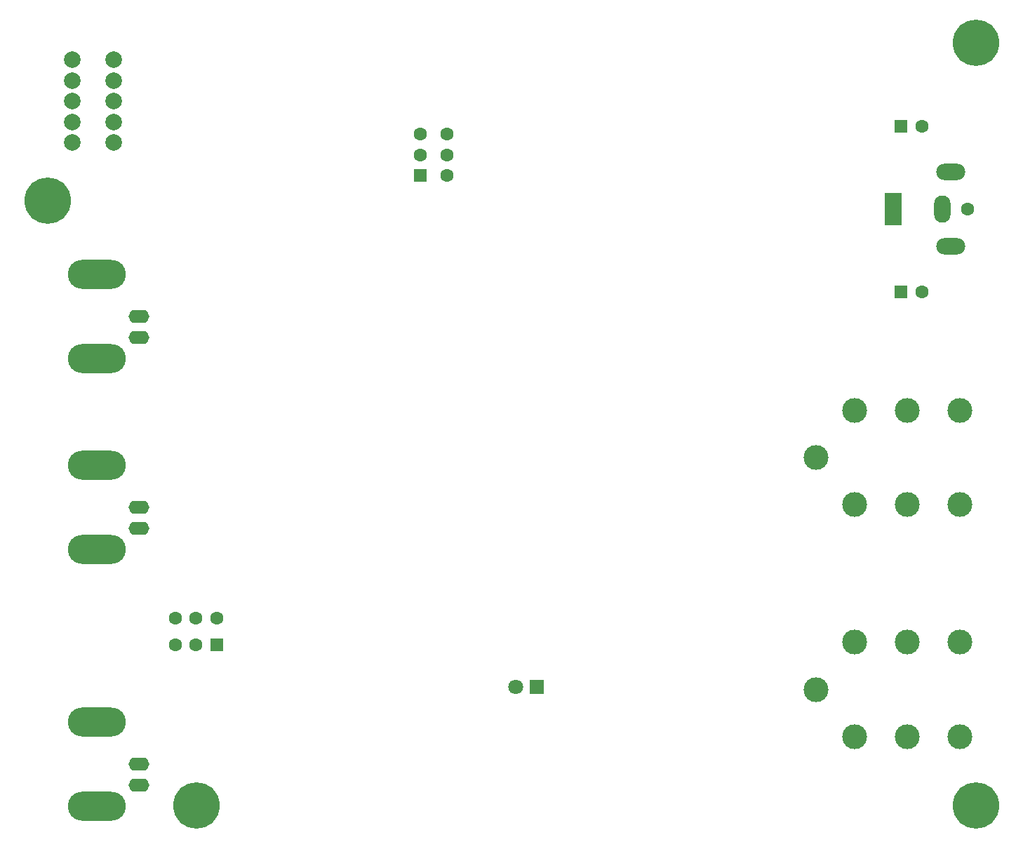
<source format=gbr>
%TF.GenerationSoftware,KiCad,Pcbnew,(6.0.7-1)-1*%
%TF.CreationDate,2022-09-13T14:42:12-07:00*%
%TF.ProjectId,preamp_board,70726561-6d70-45f6-926f-6172642e6b69,rev?*%
%TF.SameCoordinates,Original*%
%TF.FileFunction,Soldermask,Bot*%
%TF.FilePolarity,Negative*%
%FSLAX46Y46*%
G04 Gerber Fmt 4.6, Leading zero omitted, Abs format (unit mm)*
G04 Created by KiCad (PCBNEW (6.0.7-1)-1) date 2022-09-13 14:42:12*
%MOMM*%
%LPD*%
G01*
G04 APERTURE LIST*
%ADD10C,3.000000*%
%ADD11C,5.600000*%
%ADD12C,1.600000*%
%ADD13R,2.000000X4.000000*%
%ADD14O,2.000000X3.300000*%
%ADD15O,3.500000X2.000000*%
%ADD16R,1.600000X1.600000*%
%ADD17O,2.500000X1.600000*%
%ADD18O,7.000000X3.500000*%
%ADD19R,1.800000X1.800000*%
%ADD20C,1.800000*%
%ADD21C,2.000000*%
G04 APERTURE END LIST*
D10*
%TO.C,J5*%
X96720000Y-82000000D03*
X107700000Y-87700000D03*
X107700000Y-76300000D03*
X101350000Y-76300000D03*
X101350000Y-87700000D03*
X114050000Y-87700000D03*
X114050000Y-76300000D03*
%TD*%
D11*
%TO.C,H3*%
X22000000Y-96000000D03*
%TD*%
D12*
%TO.C,J4*%
X115000000Y-24000000D03*
D13*
X106000000Y-24000000D03*
D14*
X112000000Y-24000000D03*
D15*
X113000000Y-28500000D03*
X113000000Y-19500000D03*
%TD*%
D16*
%TO.C,SW2*%
X49000000Y-20000000D03*
D12*
X49000000Y-17500000D03*
X49000000Y-15000000D03*
X52200000Y-20000000D03*
X52200000Y-17500000D03*
X52200000Y-15000000D03*
%TD*%
D16*
%TO.C,C1*%
X107000000Y-14000000D03*
D12*
X109500000Y-14000000D03*
%TD*%
D17*
%TO.C,J2*%
X15000000Y-37000000D03*
X15000000Y-39540000D03*
D18*
X9920000Y-42080000D03*
X9920000Y-31920000D03*
%TD*%
D10*
%TO.C,J6*%
X96720000Y-54000000D03*
X107700000Y-59700000D03*
X107700000Y-48300000D03*
X101350000Y-59700000D03*
X101350000Y-48300000D03*
X114050000Y-48300000D03*
X114050000Y-59700000D03*
%TD*%
D16*
%TO.C,SW1*%
X24407500Y-76600000D03*
D12*
X21907500Y-76600000D03*
X19407500Y-76600000D03*
X24407500Y-73400000D03*
X21907500Y-73400000D03*
X19407500Y-73400000D03*
%TD*%
D11*
%TO.C,H4*%
X116000000Y-4000000D03*
%TD*%
D17*
%TO.C,J3*%
X15000000Y-60000000D03*
D18*
X9920000Y-65080000D03*
D17*
X15000000Y-62540000D03*
D18*
X9920000Y-54920000D03*
%TD*%
D11*
%TO.C,H1*%
X116000000Y-96000000D03*
%TD*%
D16*
%TO.C,C2*%
X107000000Y-34000000D03*
D12*
X109500000Y-34000000D03*
%TD*%
D11*
%TO.C,H2*%
X4000000Y-23000000D03*
%TD*%
D19*
%TO.C,D3*%
X63050000Y-81650000D03*
D20*
X60510000Y-81650000D03*
%TD*%
D17*
%TO.C,J1*%
X15000000Y-91000000D03*
D18*
X9920000Y-96080000D03*
D17*
X15000000Y-93540000D03*
D18*
X9920000Y-85920000D03*
%TD*%
D21*
%TO.C,U7*%
X7000000Y-16000000D03*
X7000000Y-13500000D03*
X7000000Y-11000000D03*
X7000000Y-8500000D03*
X7000000Y-6000000D03*
X12000000Y-6000000D03*
X12000000Y-8500000D03*
X12000000Y-11000000D03*
X12000000Y-13500000D03*
X12000000Y-16000000D03*
%TD*%
M02*

</source>
